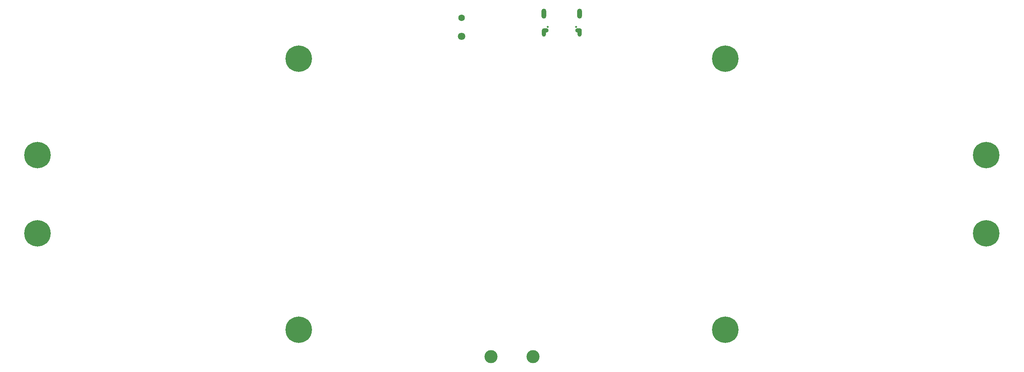
<source format=gbr>
%TF.GenerationSoftware,KiCad,Pcbnew,5.1.7-a382d34a8~87~ubuntu20.04.1*%
%TF.CreationDate,2020-11-03T23:07:43+05:30*%
%TF.ProjectId,halo,68616c6f-2e6b-4696-9361-645f70636258,v1*%
%TF.SameCoordinates,Original*%
%TF.FileFunction,Soldermask,Bot*%
%TF.FilePolarity,Negative*%
%FSLAX46Y46*%
G04 Gerber Fmt 4.6, Leading zero omitted, Abs format (unit mm)*
G04 Created by KiCad (PCBNEW 5.1.7-a382d34a8~87~ubuntu20.04.1) date 2020-11-03 23:07:43*
%MOMM*%
%LPD*%
G01*
G04 APERTURE LIST*
%ADD10C,0.500000*%
%ADD11O,1.000000X2.000000*%
%ADD12O,1.200000X2.400000*%
%ADD13O,1.600000X1.000000*%
%ADD14C,1.600000*%
%ADD15C,1.800000*%
%ADD16C,3.175000*%
%ADD17C,6.400000*%
%ADD18C,0.800000*%
G04 APERTURE END LIST*
D10*
%TO.C,J2*%
X148365000Y-61027000D03*
X155165000Y-61027000D03*
D11*
X156085000Y-62377000D03*
X147445000Y-62377000D03*
D12*
X147445000Y-57827000D03*
X156085000Y-57827000D03*
D13*
X147740000Y-61882000D03*
X155790000Y-61882000D03*
%TD*%
D14*
%TO.C,J3*%
X127508000Y-58848000D03*
D15*
X127508000Y-63348000D03*
%TD*%
D16*
%TO.C,P5*%
X134620000Y-140970000D03*
X144780000Y-140970000D03*
%TD*%
D17*
%TO.C,SC1*%
X25017000Y-92125000D03*
D18*
X27417000Y-92125000D03*
X26714056Y-93822056D03*
X25017000Y-94525000D03*
X23319944Y-93822056D03*
X22617000Y-92125000D03*
X23319944Y-90427944D03*
X25017000Y-89725000D03*
X26714056Y-90427944D03*
%TD*%
D17*
%TO.C,SC2*%
X88114000Y-68741000D03*
D18*
X90514000Y-68741000D03*
X89811056Y-70438056D03*
X88114000Y-71141000D03*
X86416944Y-70438056D03*
X85714000Y-68741000D03*
X86416944Y-67043944D03*
X88114000Y-66341000D03*
X89811056Y-67043944D03*
%TD*%
D17*
%TO.C,SC3*%
X191286000Y-68741000D03*
D18*
X193686000Y-68741000D03*
X192983056Y-70438056D03*
X191286000Y-71141000D03*
X189588944Y-70438056D03*
X188886000Y-68741000D03*
X189588944Y-67043944D03*
X191286000Y-66341000D03*
X192983056Y-67043944D03*
%TD*%
D17*
%TO.C,SC4*%
X254383000Y-92125000D03*
D18*
X256783000Y-92125000D03*
X256080056Y-93822056D03*
X254383000Y-94525000D03*
X252685944Y-93822056D03*
X251983000Y-92125000D03*
X252685944Y-90427944D03*
X254383000Y-89725000D03*
X256080056Y-90427944D03*
%TD*%
D17*
%TO.C,SC5*%
X254383000Y-111075000D03*
D18*
X256783000Y-111075000D03*
X256080056Y-112772056D03*
X254383000Y-113475000D03*
X252685944Y-112772056D03*
X251983000Y-111075000D03*
X252685944Y-109377944D03*
X254383000Y-108675000D03*
X256080056Y-109377944D03*
%TD*%
D17*
%TO.C,SC6*%
X191286000Y-134459000D03*
D18*
X193686000Y-134459000D03*
X192983056Y-136156056D03*
X191286000Y-136859000D03*
X189588944Y-136156056D03*
X188886000Y-134459000D03*
X189588944Y-132761944D03*
X191286000Y-132059000D03*
X192983056Y-132761944D03*
%TD*%
D17*
%TO.C,SC7*%
X88114000Y-134459000D03*
D18*
X90514000Y-134459000D03*
X89811056Y-136156056D03*
X88114000Y-136859000D03*
X86416944Y-136156056D03*
X85714000Y-134459000D03*
X86416944Y-132761944D03*
X88114000Y-132059000D03*
X89811056Y-132761944D03*
%TD*%
D17*
%TO.C,SC8*%
X25017000Y-111075000D03*
D18*
X27417000Y-111075000D03*
X26714056Y-112772056D03*
X25017000Y-113475000D03*
X23319944Y-112772056D03*
X22617000Y-111075000D03*
X23319944Y-109377944D03*
X25017000Y-108675000D03*
X26714056Y-109377944D03*
%TD*%
M02*

</source>
